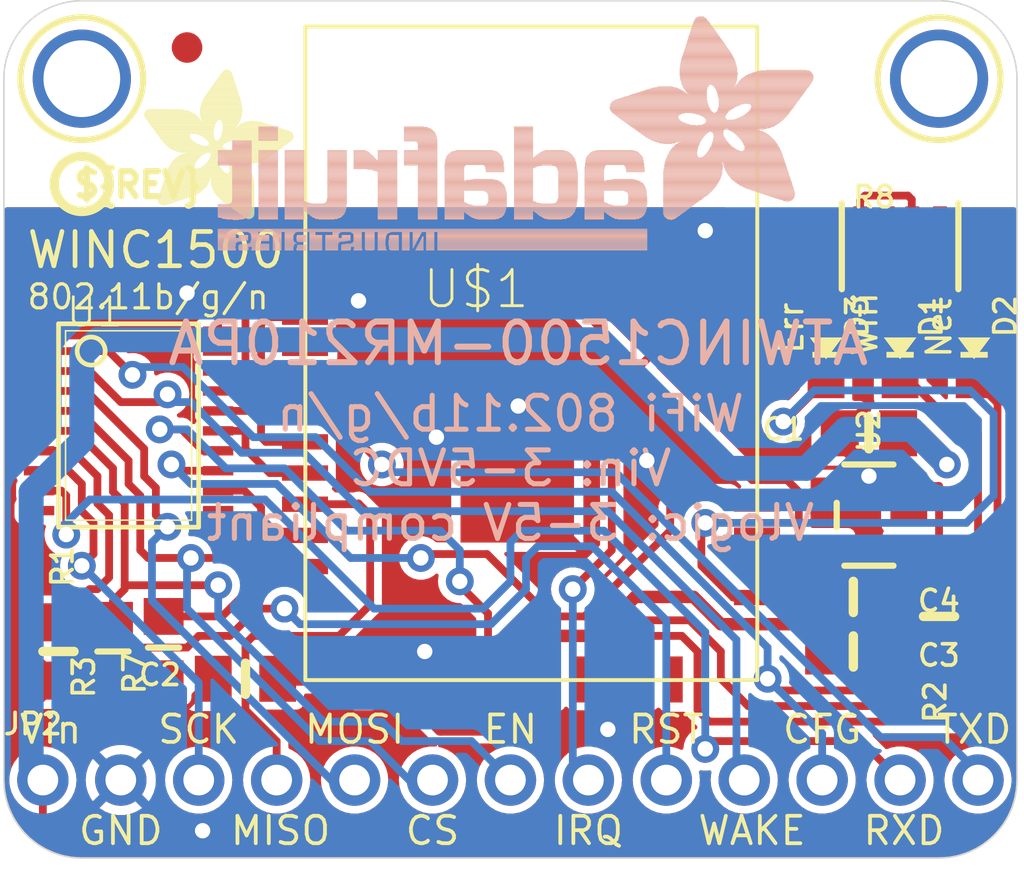
<source format=kicad_pcb>
(kicad_pcb (version 20221018) (generator pcbnew)
  (layers (0 "F.Cu" signal) (31 "B.Cu" signal) (34 "B.Paste" user) (35 "F.Paste" user) (36 "B.SilkS" user "B.Silkscreen") (37 "F.SilkS" user "F.Silkscreen") (38 "B.Mask" user) (39 "F.Mask" user) (44 "Edge.Cuts" user))
  (net 0 "")
  (net 1 "GND")
  (net 2 "MOSI_3V")
  (net 3 "CS_3V")
  (net 4 "SCK_3V")
  (net 5 "RXD_3V")
  (net 6 "RST_3V")
  (net 7 "+3V3")
  (net 8 "TXD")
  (net 9 "~{IRQ}")
  (net 10 "MISO")
  (net 11 "EN_3V")
  (net 12 "EN_5V")
  (net 13 "MOSI_5V")
  (net 14 "CS_5V")
  (net 15 "SCK_5V")
  (net 16 "RXD_5V")
  (net 17 "RST_5V")
  (net 18 "CFG_3V")
  (net 19 "WAKE_3V")
  (net 20 "CFG_5V")
  (net 21 "WAKE_5V")
  (net 22 "+5V")
  (net 23 "GPIO15")
  (net 24 "GPIO16")
  (net 25 "GPIO18")
  (net 26 "N$4")
  (net 27 "N$5")
  (net 28 "N$6")
  (footprint "working:TSSOP20" (layer "F.Cu") (at 136.0551 104.8766 -90)
    (fp_text reference "U1")
    (fp_text value "74LVC245")
  )
  (footprint "working:ADAFRUIT_5MM" (layer "F.Cu") (at 136.5631 98.1456)
    (fp_text reference "U$4" hide)
    (fp_text value "" hide)
  )
  (footprint "working:ATWINC1500_MR210PA" (layer "F.Cu") (at 149.3901 105.5116)
    (fp_text reference "U$1")
    (fp_text value "ATWINC1500_MR210PB")
  )
  (footprint "working:0805-NO" (layer "F.Cu") (at 160.1851 105.1306 180)
    (fp_text reference "C1")
    (fp_text value "10uF")
  )
  (footprint "working:_0805MP" (layer "F.Cu") (at 135.5471 112.2426 90)
    (fp_text reference "R3")
    (fp_text value "100K")
  )
  (footprint "working:0805-NO" (layer "F.Cu") (at 162.4711 111.0996 -90)
    (fp_text reference "R2")
    (fp_text value "100K")
  )
  (footprint "working:0805-NO" (layer "F.Cu") (at 133.7691 112.2426 90)
    (fp_text reference "R1")
    (fp_text value "100K")
  )
  (footprint "working:FIDUCIAL_1MM" (layer "F.Cu") (at 137.9601 92.5576)
    (fp_text reference "FID1" hide)
    (fp_text value "FIDUCIAL\"\"" hide)
  )
  (footprint "working:SOT23-5" (layer "F.Cu") (at 160.1851 107.7976 90)
    (fp_text reference "U2")
    (fp_text value "AP2112-3.3")
  )
  (footprint "working:MOUNTINGHOLE_2.5_PLATED" (layer "F.Cu") (at 162.4711 93.5736)
    (fp_text reference "U$3" hide)
    (fp_text value "MOUNTINGHOLE2.5" hide)
  )
  (footprint "working:1X13_ROUND_70" (layer "F.Cu") (at 148.5011 116.4336)
    (fp_text reference "JP2")
    (fp_text value "")
  )
  (footprint "working:0805-NO" (layer "F.Cu") (at 159.6771 112.2426)
    (fp_text reference "C3")
    (fp_text value "10uF")
  )
  (footprint "working:_0805MP" (layer "F.Cu") (at 137.1981 112.1156 90)
    (fp_text reference "R7")
    (fp_text value "100K")
  )
  (footprint "working:FIDUCIAL_1MM" (layer "F.Cu") (at 153.1141 100.2816)
    (fp_text reference "FID2" hide)
    (fp_text value "FIDUCIAL\"\"" hide)
  )
  (footprint "working:0805_10MGAP" (layer "F.Cu") (at 139.8651 113.1316 180)
    (fp_text reference "C2")
    (fp_text value "10uF")
  )
  (footprint "working:CHIPLED_0805_NOOUTLINE" (layer "F.Cu") (at 161.2011 102.3366 180)
    (fp_text reference "D1")
    (fp_text value "green")
  )
  (footprint "working:0805-NO" (layer "F.Cu") (at 159.6771 110.4646)
    (fp_text reference "C4")
    (fp_text value "0.1uF")
  )
  (footprint "working:CHIPLED_0805_NOOUTLINE" (layer "F.Cu") (at 158.7881 102.3366 180)
    (fp_text reference "D3")
    (fp_text value "Red")
  )
  (footprint "working:PCBFEAT-REV-040" (layer "F.Cu") (at 134.5311 97.0026)
    (fp_text reference "U$5" hide)
    (fp_text value "" hide)
  )
  (footprint "working:CHIPLED_0805_NOOUTLINE" (layer "F.Cu") (at 163.6141 102.3366 180)
    (fp_text reference "D2")
    (fp_text value "Yellow")
  )
  (footprint "working:MOUNTINGHOLE_2.5_PLATED" (layer "F.Cu") (at 134.5311 93.5736)
    (fp_text reference "U$2" hide)
    (fp_text value "MOUNTINGHOLE2.5" hide)
  )
  (footprint "working:RESPACK_4X0603" (layer "F.Cu") (at 161.2011 99.0346)
    (fp_text reference "R8")
    (fp_text value "1K")
  )
  (footprint "working:ADAFRUIT_TEXT_20MM" (layer "B.Cu") (at 158.5341 99.1616 180)
    (fp_text reference "U$6" hide)
    (fp_text value "" hide)
  )
  (gr_arc (start 162.4711 91.0336) (mid 164.267151 91.777549) (end 165.0111 93.5736) (stroke (width 0.05)) (layer "Edge.Cuts"))
  (gr_arc (start 134.5311 118.9736) (mid 132.735049 118.229651) (end 131.9911 116.4336) (stroke (width 0.05)) (layer "Edge.Cuts"))
  (gr_line (start 131.9911 116.4336) (end 131.9911 93.5736) (stroke (width 0.05)) (layer "Edge.Cuts"))
  (gr_line (start 162.4711 118.9736) (end 134.5311 118.9736) (stroke (width 0.05)) (layer "Edge.Cuts"))
  (gr_arc (start 131.9911 93.5736) (mid 132.735049 91.777549) (end 134.5311 91.0336) (stroke (width 0.05)) (layer "Edge.Cuts"))
  (gr_arc (start 165.0111 116.4336) (mid 164.267151 118.229651) (end 162.4711 118.9736) (stroke (width 0.05)) (layer "Edge.Cuts"))
  (gr_line (start 134.5311 91.0336) (end 162.4711 91.0336) (stroke (width 0.05)) (layer "Edge.Cuts"))
  (gr_line (start 165.0111 93.5736) (end 165.0111 116.4336) (stroke (width 0.05)) (layer "Edge.Cuts"))
  (gr_text "WiFi 802.11b/g/n\nVin: 3-5VDC\nVlogic: 3-5V compliant" (at 148.5011 106.2736) (layer "B.SilkS") (effects (font (size 1.1049 1.1049) (thickness 0.1651)) (justify mirror)))
  (gr_text "ATWINC1500-MR210PA" (at 148.7551 102.2096) (layer "B.SilkS") (effects (font (size 1.32588 1.32588) (thickness 0.19812)) (justify mirror)))
  (gr_text "MOSI" (at 143.4211 114.7826) (layer "F.SilkS") (effects (font (size 0.89408 0.89408) (thickness 0.12192))))
  (gr_text "Vin" (at 133.5151 114.7826) (layer "F.SilkS") (effects (font (size 0.89408 0.89408) (thickness 0.12192))))
  (gr_text "Net" (at 162.4711 101.7016 90) (layer "F.SilkS") (effects (font (size 0.77343 0.77343) (thickness 0.11557))))
  (gr_text "SCK" (at 138.3411 114.7826) (layer "F.SilkS") (effects (font (size 0.89408 0.89408) (thickness 0.12192))))
  (gr_text "802.11b/g/n" (at 136.6901 100.6856) (layer "F.SilkS") (effects (font (size 0.78232 0.78232) (thickness 0.10668))))
  (gr_text "CFG" (at 158.6611 114.7826) (layer "F.SilkS") (effects (font (size 0.89408 0.89408) (thickness 0.12192))))
  (gr_text "IRQ" (at 151.0411 118.0846) (layer "F.SilkS") (effects (font (size 0.89408 0.89408) (thickness 0.12192))))
  (gr_text "EN" (at 148.5011 114.7826) (layer "F.SilkS") (effects (font (size 0.89408 0.89408) (thickness 0.12192))))
  (gr_text "WINC1500" (at 136.9441 99.1616) (layer "F.SilkS") (effects (font (size 1.1176 1.1176) (thickness 0.1524))))
  (gr_text "RST" (at 153.5811 114.7826) (layer "F.SilkS") (effects (font (size 0.89408 0.89408) (thickness 0.12192))))
  (gr_text "RXD" (at 161.3281 118.0846) (layer "F.SilkS") (effects (font (size 0.89408 0.89408) (thickness 0.12192))))
  (gr_text "CS" (at 145.9611 118.0846) (layer "F.SilkS") (effects (font (size 0.89408 0.89408) (thickness 0.12192))))
  (gr_text "TXD" (at 163.6141 114.7826) (layer "F.SilkS") (effects (font (size 0.89408 0.89408) (thickness 0.12192))))
  (gr_text "Wifi" (at 160.0581 101.5746 90) (layer "F.SilkS") (effects (font (size 0.77343 0.77343) (thickness 0.11557))))
  (gr_text "WAKE" (at 156.3751 118.0846) (layer "F.SilkS") (effects (font (size 0.89408 0.89408) (thickness 0.12192))))
  (gr_text "MISO" (at 141.0081 118.0846) (layer "F.SilkS") (effects (font (size 0.89408 0.89408) (thickness 0.12192))))
  (gr_text "Err" (at 157.6451 101.7016 90) (layer "F.SilkS") (effects (font (size 0.77343 0.77343) (thickness 0.11557))))
  (gr_text "GND" (at 135.8011 118.0846) (layer "F.SilkS") (effects (font (size 0.89408 0.89408) (thickness 0.12192))))
  (segment (start 159.2351 105.1306) (end 159.2351 105.4506) (width 0.4064) (layer "F.Cu") (net 1))
  (segment (start 159.2351 105.4506) (end 160.1851 106.4006) (width 0.4064) (layer "F.Cu") (net 1))
  (via (at 154.8511 98.5266) (size 0.9064) (drill 0.5) (layers "F.Cu" "B.Cu") (net 1))
  (via (at 160.1851 106.5276) (size 0.9064) (drill 0.5) (layers "F.Cu" "B.Cu") (net 1))
  (via (at 152.9461 106.0196) (size 0.9064) (drill 0.5) (layers "F.Cu" "B.Cu") (net 1))
  (via (at 151.6761 114.7826) (size 0.9064) (drill 0.5) (layers "F.Cu" "B.Cu") (net 1))
  (via (at 146.0881 105.2576) (size 0.9064) (drill 0.5) (layers "F.Cu" "B.Cu") (net 1))
  (via (at 137.9601 100.5586) (size 0.9064) (drill 0.5) (layers "F.Cu" "B.Cu") (net 1))
  (via (at 138.4681 118.0846) (size 0.9064) (drill 0.5) (layers "F.Cu" "B.Cu") (net 1))
  (via (at 145.7071 112.2426) (size 0.9064) (drill 0.5) (layers "F.Cu" "B.Cu") (net 1))
  (via (at 143.5481 100.8126) (size 0.9064) (drill 0.5) (layers "F.Cu" "B.Cu") (net 1))
  (via (at 148.7551 104.2416) (size 0.9064) (drill 0.5) (layers "F.Cu" "B.Cu") (net 1))
  (segment (start 140.1521 104.4016) (end 140.3731 104.6226) (width 0.254) (layer "F.Cu") (net 2))
  (segment (start 140.3731 105.2576) (end 140.5261 105.4106) (width 0.254) (layer "F.Cu") (net 2))
  (segment (start 140.5261 105.4106) (end 141.8061 105.4106) (width 0.254) (layer "F.Cu") (net 2))
  (segment (start 140.1521 104.4016) (end 138.9729 104.4016) (width 0.254) (layer "F.Cu") (net 2))
  (segment (start 140.3731 104.6226) (end 140.3731 105.2576) (width 0.254) (layer "F.Cu") (net 2))
  (segment (start 140.6531 106.4266) (end 141.8061 106.4266) (width 0.254) (layer "F.Cu") (net 3))
  (segment (start 139.8651 105.6386) (end 140.6531 106.4266) (width 0.254) (layer "F.Cu") (net 3))
  (segment (start 139.8651 105.1306) (end 139.7861 105.0516) (width 0.254) (layer "F.Cu") (net 3))
  (segment (start 139.7861 105.0516) (end 138.9729 105.0516) (width 0.254) (layer "F.Cu") (net 3))
  (segment (start 139.8651 105.1306) (end 139.8651 105.6386) (width 0.254) (layer "F.Cu") (net 3))
  (segment (start 140.7801 108.4586) (end 141.8061 108.4586) (width 0.254) (layer "F.Cu") (net 4))
  (segment (start 139.8311 107.0016) (end 140.3731 107.5436) (width 0.254) (layer "F.Cu") (net 4))
  (segment (start 138.9729 107.0016) (end 139.8311 107.0016) (width 0.254) (layer "F.Cu") (net 4))
  (segment (start 140.3731 107.5436) (end 140.3731 108.0516) (width 0.254) (layer "F.Cu") (net 4))
  (segment (start 140.3731 108.0516) (end 140.7801 108.4586) (width 0.254) (layer "F.Cu") (net 4))
  (segment (start 138.9729 107.6516) (end 139.2111 107.6516) (width 0.254) (layer "F.Cu") (net 5))
  (segment (start 141.0341 109.4746) (end 141.8061 109.4746) (width 0.254) (layer "F.Cu") (net 5))
  (segment (start 139.2111 107.6516) (end 141.0341 109.4746) (width 0.254) (layer "F.Cu") (net 5))
  (segment (start 150.9141 111.0996) (end 153.7081 108.3056) (width 0.254) (layer "F.Cu") (net 6))
  (segment (start 149.7711 111.0996) (end 150.9141 111.0996) (width 0.254) (layer "F.Cu") (net 6))
  (segment (start 137.6571 106.3516) (end 137.4521 106.1466) (width 0.254) (layer "F.Cu") (net 6))
  (segment (start 138.9729 106.3516) (end 137.6571 106.3516) (width 0.254) (layer "F.Cu") (net 6))
  (segment (start 155.6131 107.1626) (end 155.8871 107.4366) (width 0.254) (layer "F.Cu") (net 6))
  (segment (start 155.8871 107.4366) (end 156.5361 107.4366) (width 0.254) (layer "F.Cu") (net 6))
  (segment (start 154.0891 107.1626) (end 155.6131 107.1626) (width 0.254) (layer "F.Cu") (net 6))
  (segment (start 147.7391 109.0676) (end 149.7711 111.0996) (width 0.254) (layer "F.Cu") (net 6))
  (segment (start 153.7081 107.5436) (end 154.0891 107.1626) (width 0.254) (layer "F.Cu") (net 6))
  (segment (start 145.7071 109.0676) (end 145.5801 109.1946) (width 0.254) (layer "F.Cu") (net 6))
  (segment (start 147.7391 109.0676) (end 145.7071 109.0676) (width 0.254) (layer "F.Cu") (net 6))
  (segment (start 153.7081 108.3056) (end 153.7081 107.5436) (width 0.254) (layer "F.Cu") (net 6))
  (via (at 145.5801 109.1946) (size 0.9064) (drill 0.5) (layers "F.Cu" "B.Cu") (net 6))
  (via (at 137.4521 106.1466) (size 0.9064) (drill 0.5) (layers "F.Cu" "B.Cu") (net 6))
  (segment (start 143.2941 109.1946) (end 145.5801 109.1946) (width 0.254) (layer "B.Cu") (net 6))
  (segment (start 138.0871 106.7816) (end 140.8811 106.7816) (width 0.254) (layer "B.Cu") (net 6))
  (segment (start 138.0871 106.7816) (end 137.4521 106.1466) (width 0.254) (layer "B.Cu") (net 6))
  (segment (start 140.8811 106.7816) (end 143.2941 109.1946) (width 0.254) (layer "B.Cu") (net 6))
  (segment (start 152.6921 102.9716) (end 156.3751 106.6546) (width 0.254) (layer "F.Cu") (net 7))
  (segment (start 157.7721 101.9556) (end 157.2641 102.4636) (width 0.254) (layer "F.Cu") (net 7))
  (segment (start 157.8991 107.0356) (end 157.8991 108.5596) (width 0.254) (layer "F.Cu") (net 7))
  (segment (start 148.7551 111.9886) (end 148.7551 113.1436) (width 0.4064) (layer "F.Cu") (net 7))
  (segment (start 148.7551 113.1436) (end 148.7861 113.1746) (width 0.4064) (layer "F.Cu") (net 7))
  (segment (start 138.9729 99.7934) (end 138.8491 99.6696) (width 0.254) (layer "F.Cu") (net 7))
  (segment (start 149.0091 111.7346) (end 148.7551 111.9886) (width 0.4064) (layer "F.Cu") (net 7))
  (segment (start 155.3591 111.3536) (end 158.6611 111.3536) (width 0.4064) (layer "F.Cu") (net 7))
  (segment (start 145.7071 114.2746) (end 146.2151 114.7826) (width 0.4064) (layer "F.Cu") (net 7))
  (segment (start 149.3901 99.6696) (end 152.6921 102.9716) (width 0.254) (layer "F.Cu") (net 7))
  (segment (start 157.7721 100.3136) (end 157.7721 101.9556) (width 0.254) (layer "F.Cu") (net 7))
  (segment (start 161.6011 98.1846) (end 161.5821 98.1656) (width 0.254) (layer "F.Cu") (net 7))
  (segment (start 153.2001 102.4636) (end 152.6921 102.9716) (width 0.254) (layer "F.Cu") (net 7))
  (segment (start 145.7071 113.3856) (end 145.7071 114.2746) (width 0.4064) (layer "F.Cu") (net 7))
  (segment (start 158.819 108.8136) (end 158.885 108.7476) (width 0.254) (layer "F.Cu") (net 7))
  (segment (start 152.5651 110.4646) (end 154.4701 110.4646) (width 0.4064) (layer "F.Cu") (net 7))
  (segment (start 145.4761 113.1546) (end 145.7071 113.3856) (width 0.4064) (layer "F.Cu") (net 7))
  (segment (start 140.9381 113.1546) (end 143.7061 113.1546) (width 0.4064) (layer "F.Cu") (net 7))
  (segment (start 158.7271 112.2426) (end 158.7271 110.4646) (width 0.4064) (layer "F.Cu") (net 7))
  (segment (start 158.7271 110.4646) (end 158.7271 108.9055) (width 0.254) (layer "F.Cu") (net 7))
  (segment (start 157.2641 102.4636) (end 153.2001 102.4636) (width 0.254) (layer "F.Cu") (net 7))
  (segment (start 159.9011 97.5406) (end 159.9011 98.1846) (width 0.254) (layer "F.Cu") (net 7))
  (segment (start 159.9011 98.1846) (end 157.7721 100.3136) (width 0.254) (layer "F.Cu") (net 7))
  (segment (start 135.2693 99.6696) (end 138.8491 99.6696) (width 0.254) (layer "F.Cu") (net 7))
  (segment (start 151.2951 111.7346) (end 149.0091 111.7346) (width 0.4064) (layer "F.Cu") (net 7))
  (segment (start 161.4551 97.3836) (end 160.0581 97.3836) (width 0.254) (layer "F.Cu") (net 7))
  (segment (start 133.1373 101.8016) (end 135.2693 99.6696) (width 0.254) (layer "F.Cu") (net 7))
  (segment (start 158.6611 111.3536) (end 158.7271 111.2876) (width 0.4064) (layer "F.Cu") (net 7))
  (segment (start 156.3751 106.6546) (end 157.5181 106.6546) (width 0.254) (layer "F.Cu") (net 7))
  (segment (start 138.8491 99.6696) (end 149.3901 99.6696) (width 0.254) (layer "F.Cu") (net 7))
  (segment (start 158.1531 108.8136) (end 158.819 108.8136) (width 0.254) (layer "F.Cu") (net 7))
  (segment (start 148.7861 114.3706) (end 148.7861 113.1746) (width 0.4064) (layer "F.Cu") (net 7))
  (segment (start 138.9729 101.8016) (end 138.9729 99.7934) (width 0.254) (layer "F.Cu") (net 7))
  (segment (start 157.8991 108.5596) (end 158.1531 108.8136) (width 0.254) (layer "F.Cu") (net 7))
  (segment (start 140.9151 113.1316) (end 140.9381 113.1546) (width 0.4064) (layer "F.Cu") (net 7))
  (segment (start 161.5821 98.1656) (end 161.5821 97.5106) (width 0.254) (layer "F.Cu") (net 7))
  (segment (start 161.5821 97.5106) (end 161.4551 97.3836) (width 0.254) (layer "F.Cu") (net 7))
  (segment (start 158.7271 108.9055) (end 158.885 108.7476) (width 0.254) (layer "F.Cu") (net 7))
  (segment (start 146.2151 114.7826) (end 148.3741 114.7826) (width 0.4064) (layer "F.Cu") (net 7))
  (segment (start 158.7271 111.2876) (end 158.7271 110.4646) (width 0.4064) (layer "F.Cu") (net 7))
  (segment (start 162.5011 98.1846) (end 161.6011 98.1846) (width 0.254) (layer "F.Cu") (net 7))
  (segment (start 148.7861 114.3706) (end 148.3741 114.7826) (width 0.4064) (layer "F.Cu") (net 7))
  (segment (start 154.4701 110.4646) (end 155.3591 111.3536) (width 0.4064) (layer "F.Cu") (net 7))
  (segment (start 157.5181 106.6546) (end 157.8991 107.0356) (width 0.254) (layer "F.Cu") (net 7))
  (segment (start 160.0581 97.3836) (end 159.9011 97.5406) (width 0.254) (layer "F.Cu") (net 7))
  (segment (start 151.2951 111.7346) (end 152.5651 110.4646) (width 0.4064) (layer "F.Cu") (net 7))
  (segment (start 145.4761 113.1546) (end 143.7061 113.1546) (width 0.4064) (layer "F.Cu") (net 7))
  (segment (start 142.5581 104.3946) (end 144.3101 106.1466) (width 0.254) (layer "F.Cu") (net 8))
  (segment (start 142.5581 104.3946) (end 141.8061 104.3946) (width 0.254) (layer "F.Cu") (net 8))
  (via (at 144.3101 106.1466) (size 0.9064) (drill 0.5) (layers "F.Cu" "B.Cu") (net 8))
  (segment (start 162.5981 115.0366) (end 163.7411 116.1796) (width 0.254) (layer "B.Cu") (net 8))
  (segment (start 160.5661 115.0366) (end 151.9301 106.4006) (width 0.254) (layer "B.Cu") (net 8))
  (segment (start 163.7411 116.1796) (end 163.7411 116.4336) (width 0.254) (layer "B.Cu") (net 8))
  (segment (start 144.3101 106.1466) (end 144.5641 106.4006) (width 0.254) (layer "B.Cu") (net 8))
  (segment (start 144.5641 106.4006) (end 151.9301 106.4006) (width 0.254) (layer "B.Cu") (net 8))
  (segment (start 160.5661 115.0366) (end 162.5981 115.0366) (width 0.254) (layer "B.Cu") (net 8))
  (segment (start 150.9401 103.3786) (end 151.8031 104.2416) (width 0.254) (layer "F.Cu") (net 9))
  (segment (start 151.8031 108.9406) (end 150.5331 110.2106) (width 0.254) (layer "F.Cu") (net 9))
  (segment (start 151.8031 104.2416) (end 151.8031 108.9406) (width 0.254) (layer "F.Cu") (net 9))
  (segment (start 141.8061 103.3786) (end 150.9401 103.3786) (width 0.254) (layer "F.Cu") (net 9))
  (via (at 150.5331 110.2106) (size 0.9064) (drill 0.5) (layers "F.Cu" "B.Cu") (net 9))
  (segment (start 150.5331 115.9256) (end 151.0411 116.4336) (width 0.254) (layer "B.Cu") (net 9))
  (segment (start 150.5331 110.2106) (end 150.5331 115.9256) (width 0.254) (layer "B.Cu") (net 9))
  (segment (start 143.9291 107.7976) (end 143.5481 107.4166) (width 0.254) (layer "F.Cu") (net 10))
  (segment (start 143.5221 107.4426) (end 141.8061 107.4426) (width 0.254) (layer "F.Cu") (net 10))
  (segment (start 140.1191 111.7346) (end 142.9131 111.7346) (width 0.254) (layer "F.Cu") (net 10))
  (segment (start 139.8651 114.1476) (end 139.8651 111.9886) (width 0.254) (layer "F.Cu") (net 10))
  (segment (start 140.8811 115.1636) (end 139.8651 114.1476) (width 0.254) (layer "F.Cu") (net 10))
  (segment (start 140.8811 116.4336) (end 140.8811 115.1636) (width 0.254) (layer "F.Cu") (net 10))
  (segment (start 139.8651 111.9886) (end 140.1191 111.7346) (width 0.254) (layer "F.Cu") (net 10))
  (segment (start 142.9131 111.7346) (end 143.9291 110.7186) (width 0.254) (layer "F.Cu") (net 10))
  (segment (start 143.5481 107.4166) (end 143.5221 107.4426) (width 0.254) (layer "F.Cu") (net 10))
  (segment (start 143.9291 110.7186) (end 143.9291 107.7976) (width 0.254) (layer "F.Cu") (net 10))
  (segment (start 147.7701 111.0036) (end 146.8501 110.0836) (width 0.254) (layer "F.Cu") (net 11))
  (segment (start 146.8501 110.0836) (end 146.8501 109.9566) (width 0.254) (layer "F.Cu") (net 11))
  (segment (start 137.7823 105.0036) (end 137.0711 105.0036) (width 0.254) (layer "F.Cu") (net 11))
  (segment (start 147.7701 111.0036) (end 147.7701 113.1746) (width 0.254) (layer "F.Cu") (net 11))
  (segment (start 138.9729 105.7016) (end 138.4803 105.7016) (width 0.254) (layer "F.Cu") (net 11))
  (segment (start 138.4803 105.7016) (end 137.7823 105.0036) (width 0.254) (layer "F.Cu") (net 11))
  (via (at 137.0711 105.0036) (size 0.9064) (drill 0.5) (layers "F.Cu" "B.Cu") (net 11))
  (via (at 146.8501 109.9566) (size 0.9064) (drill 0.5) (layers "F.Cu" "B.Cu") (net 11))
  (segment (start 139.2301 106.2736) (end 141.1351 106.2736) (width 0.254) (layer "B.Cu") (net 11))
  (segment (start 146.8501 108.9406) (end 146.8501 109.9566) (width 0.254) (layer "B.Cu") (net 11))
  (segment (start 141.1351 106.2736) (end 143.1671 108.3056) (width 0.254) (layer "B.Cu") (net 11))
  (segment (start 146.2151 108.3056) (end 146.8501 108.9406) (width 0.254) (layer "B.Cu") (net 11))
  (segment (start 137.9601 105.0036) (end 139.2301 106.2736) (width 0.254) (layer "B.Cu") (net 11))
  (segment (start 143.1671 108.3056) (end 146.2151 108.3056) (width 0.254) (layer "B.Cu") (net 11))
  (segment (start 137.9601 105.0036) (end 137.0711 105.0036) (width 0.254) (layer "B.Cu") (net 11))
  (segment (start 133.1373 105.0516) (end 134.3251 105.0516) (width 0.254) (layer "F.Cu") (net 12))
  (segment (start 135.9281 107.4166) (end 135.9281 110.0836) (width 0.254) (layer "F.Cu") (net 12))
  (segment (start 135.9281 110.0836) (end 135.9281 110.2106) (width 0.254) (layer "F.Cu") (net 12))
  (segment (start 135.5471 106.2736) (end 135.5471 107.0356) (width 0.254) (layer "F.Cu") (net 12))
  (segment (start 134.3251 105.0516) (end 135.5471 106.2736) (width 0.254) (layer "F.Cu") (net 12))
  (segment (start 135.9281 110.2106) (end 135.5471 110.5916) (width 0.254) (layer "F.Cu") (net 12))
  (segment (start 135.5471 107.0356) (end 135.9281 107.4166) (width 0.254) (layer "F.Cu") (net 12))
  (segment (start 135.5471 111.2266) (end 135.5471 110.5916) (width 0.254) (layer "F.Cu") (net 12))
  (segment (start 135.9281 110.0836) (end 138.9761 110.0836) (width 0.254) (layer "F.Cu") (net 12))
  (via (at 138.9761 110.0836) (size 0.9064) (drill 0.5) (layers "F.Cu" "B.Cu") (net 12))
  (segment (start 144.9451 115.1636) (end 147.2311 115.1636) (width 0.254) (layer "B.Cu") (net 12))
  (segment (start 144.3101 114.5286) (end 144.9451 115.1636) (width 0.254) (layer "B.Cu") (net 12))
  (segment (start 138.9761 111.0996) (end 142.4051 114.5286) (width 0.254) (layer "B.Cu") (net 12))
  (segment (start 138.9761 110.0836) (end 138.9761 109.8296) (width 0.254) (layer "B.Cu") (net 12))
  (segment (start 147.2311 115.1636) (end 148.5011 116.4336) (width 0.254) (layer "B.Cu") (net 12))
  (segment (start 142.4051 114.5286) (end 144.3101 114.5286) (width 0.254) (layer "B.Cu") (net 12))
  (segment (start 138.9761 110.0836) (end 138.9761 111.0996) (width 0.254) (layer "B.Cu") (net 12))
  (segment (start 133.1373 103.7516) (end 134.6761 103.7516) (width 0.254) (layer "F.Cu") (net 13))
  (segment (start 136.5631 106.5276) (end 136.9441 106.9086) (width 0.254) (layer "F.Cu") (net 13))
  (segment (start 136.5631 105.6386) (end 136.5631 106.5276) (width 0.254) (layer "F.Cu") (net 13))
  (segment (start 136.9441 107.7976) (end 137.3251 108.1786) (width 0.254) (layer "F.Cu") (net 13))
  (segment (start 136.9441 106.9086) (end 136.9441 107.7976) (width 0.254) (layer "F.Cu") (net 13))
  (segment (start 134.6761 103.7516) (end 136.5631 105.6386) (width 0.254) (layer "F.Cu") (net 13))
  (via (at 137.3251 108.1786) (size 0.9064) (drill 0.5) (layers "F.Cu" "B.Cu") (net 13))
  (segment (start 136.8171 108.6866) (end 136.8171 110.5916) (width 0.254) (layer "B.Cu") (net 13))
  (segment (start 137.3251 108.1786) (end 136.8171 108.6866) (width 0.254) (layer "B.Cu") (net 13))
  (segment (start 136.8171 110.5916) (end 142.6591 116.4336) (width 0.254) (layer "B.Cu") (net 13))
  (segment (start 142.6591 116.4336) (end 143.4211 116.4336) (width 0.254) (layer "B.Cu") (net 13))
  (segment (start 139.3571 109.1946) (end 138.0871 109.1946) (width 0.254) (layer "F.Cu") (net 14))
  (segment (start 139.8651 110.3376) (end 139.8651 109.7026) (width 0.254) (layer "F.Cu") (net 14))
  (segment (start 136.6901 109.1946) (end 138.0871 109.1946) (width 0.254) (layer "F.Cu") (net 14))
  (segment (start 133.1373 104.4016) (end 134.4371 104.4016) (width 0.254) (layer "F.Cu") (net 14))
  (segment (start 139.1031 111.0996) (end 139.8651 110.3376) (width 0.254) (layer "F.Cu") (net 14))
  (segment (start 137.1981 111.0996) (end 139.1031 111.0996) (width 0.254) (layer "F.Cu") (net 14))
  (segment (start 139.8651 109.7026) (end 139.3571 109.1946) (width 0.254) (layer "F.Cu") (net 14))
  (segment (start 136.4361 107.1626) (end 136.4361 108.9406) (width 0.254) (layer "F.Cu") (net 14))
  (segment (start 134.4371 104.4016) (end 136.0551 106.0196) (width 0.254) (layer "F.Cu") (net 14))
  (segment (start 136.4361 108.9406) (end 136.6901 109.1946) (width 0.254) (layer "F.Cu") (net 14))
  (segment (start 136.0551 106.0196) (end 136.0551 106.7816) (width 0.254) (layer "F.Cu") (net 14))
  (segment (start 136.0551 106.7816) (end 136.4361 107.1626) (width 0.254) (layer "F.Cu") (net 14))
  (via (at 138.0871 109.1946) (size 0.9064) (drill 0.5) (layers "F.Cu" "B.Cu") (net 14))
  (segment (start 142.2781 115.1636) (end 143.9291 115.1636) (width 0.254) (layer "B.Cu") (net 14))
  (segment (start 137.9601 109.1946) (end 137.9601 110.8456) (width 0.254) (layer "B.Cu") (net 14))
  (segment (start 138.0871 109.1946) (end 137.9601 109.1946) (width 0.254) (layer "B.Cu") (net 14))
  (segment (start 137.9601 110.8456) (end 142.2781 115.1636) (width 0.254) (layer "B.Cu") (net 14))
  (segment (start 143.9291 115.1636) (end 145.1991 116.4336) (width 0.254) (layer "B.Cu") (net 14))
  (segment (start 145.1991 116.4336) (end 145.9611 116.4336) (width 0.254) (layer "B.Cu") (net 14))
  (segment (start 133.1373 106.3516) (end 134.1011 106.3516) (width 0.254) (layer "F.Cu") (net 15))
  (segment (start 134.5311 106.7816) (end 134.5311 107.6706) (width 0.254) (layer "F.Cu") (net 15))
  (segment (start 134.9121 108.0516) (end 134.9121 109.0676) (width 0.254) (layer "F.Cu") (net 15))
  (segment (start 134.5311 107.6706) (end 134.9121 108.0516) (width 0.254) (layer "F.Cu") (net 15))
  (segment (start 134.1011 106.3516) (end 134.5311 106.7816) (width 0.254) (layer "F.Cu") (net 15))
  (segment (start 134.9121 109.0676) (end 134.5311 109.4486) (width 0.254) (layer "F.Cu") (net 15))
  (via (at 134.5311 109.4486) (size 0.9064) (drill 0.5) (layers "F.Cu" "B.Cu") (net 15))
  (segment (start 138.3411 116.4336) (end 138.3411 113.2586) (width 0.254) (layer "B.Cu") (net 15))
  (segment (start 138.3411 113.2586) (end 134.5311 109.4486) (width 0.254) (layer "B.Cu") (net 15))
  (segment (start 134.0231 107.1626) (end 134.0231 108.4326) (width 0.254) (layer "F.Cu") (net 16))
  (segment (start 155.1051 115.1636) (end 154.8511 115.4176) (width 0.254) (layer "F.Cu") (net 16))
  (segment (start 159.9311 115.1636) (end 155.1051 115.1636) (width 0.254) (layer "F.Cu") (net 16))
  (segment (start 133.8621 107.0016) (end 134.0231 107.1626) (width 0.254) (layer "F.Cu") (net 16))
  (segment (start 133.1373 107.0016) (end 133.8621 107.0016) (width 0.254) (layer "F.Cu") (net 16))
  (segment (start 161.2011 116.4336) (end 159.9311 115.1636) (width 0.254) (layer "F.Cu") (net 16))
  (via (at 134.0231 108.4326) (size 0.9064) (drill 0.5) (layers "F.Cu" "B.Cu") (net 16))
  (via (at 154.8511 115.4176) (size 0.9064) (drill 0.5) (layers "F.Cu" "B.Cu") (net 16))
  (segment (start 151.5491 108.3056) (end 154.8511 111.6076) (width 0.254) (layer "B.Cu") (net 16))
  (segment (start 148.5011 108.6866) (end 148.5011 109.9566) (width 0.254) (layer "B.Cu") (net 16))
  (segment (start 147.6121 110.8456) (end 148.5011 109.9566) (width 0.254) (layer "B.Cu") (net 16))
  (segment (start 144.0561 110.8456) (end 147.6121 110.8456) (width 0.254) (layer "B.Cu") (net 16))
  (segment (start 154.8511 111.6076) (end 154.8511 115.4176) (width 0.254) (layer "B.Cu") (net 16))
  (segment (start 134.7851 107.2896) (end 134.0231 108.0516) (width 0.254) (layer "B.Cu") (net 16))
  (segment (start 134.0231 108.0516) (end 134.0231 108.4326) (width 0.254) (layer "B.Cu") (net 16))
  (segment (start 148.8821 108.3056) (end 148.5011 108.6866) (width 0.254) (layer "B.Cu") (net 16))
  (segment (start 140.5001 107.2896) (end 144.0561 110.8456) (width 0.254) (layer "B.Cu") (net 16))
  (segment (start 140.5001 107.2896) (end 134.7851 107.2896) (width 0.254) (layer "B.Cu") (net 16))
  (segment (start 148.8821 108.3056) (end 151.5491 108.3056) (width 0.254) (layer "B.Cu") (net 16))
  (segment (start 135.4201 107.7976) (end 135.4201 109.8296) (width 0.254) (layer "F.Cu") (net 17))
  (segment (start 134.7851 110.2106) (end 133.7691 111.2266) (width 0.254) (layer "F.Cu") (net 17))
  (segment (start 135.4201 109.8296) (end 135.0391 110.2106) (width 0.254) (layer "F.Cu") (net 17))
  (segment (start 134.2131 105.7016) (end 135.0391 106.5276) (width 0.254) (layer "F.Cu") (net 17))
  (segment (start 139.3571 111.7346) (end 140.2461 110.8456) (width 0.254) (layer "F.Cu") (net 17))
  (segment (start 134.7851 112.2426) (end 136.3091 112.2426) (width 0.254) (layer "F.Cu") (net 17))
  (segment (start 133.7691 111.2266) (end 133.7691 111.2926) (width 0.254) (layer "F.Cu") (net 17))
  (segment (start 135.0391 107.4166) (end 135.4201 107.7976) (width 0.254) (layer "F.Cu") (net 17))
  (segment (start 136.3091 112.2426) (end 136.4361 112.1156) (width 0.254) (layer "F.Cu") (net 17))
  (segment (start 135.0391 110.2106) (end 134.7851 110.2106) (width 0.254) (layer "F.Cu") (net 17))
  (segment (start 135.0391 106.5276) (end 135.0391 107.4166) (width 0.254) (layer "F.Cu") (net 17))
  (segment (start 137.9601 112.1156) (end 138.3411 111.7346) (width 0.254) (layer "F.Cu") (net 17))
  (segment (start 138.3411 111.7346) (end 139.3571 111.7346) (width 0.254) (layer "F.Cu") (net 17))
  (segment (start 140.2461 110.8456) (end 141.1351 110.8456) (width 0.254) (layer "F.Cu") (net 17))
  (segment (start 136.4361 112.1156) (end 137.9601 112.1156) (width 0.254) (layer "F.Cu") (net 17))
  (segment (start 134.7851 112.2426) (end 133.7691 111.2266) (width 0.254) (layer "F.Cu") (net 17))
  (segment (start 133.1373 105.7016) (end 134.2131 105.7016) (width 0.254) (layer "F.Cu") (net 17))
  (via (at 141.1351 110.8456) (size 0.9064) (drill 0.5) (layers "F.Cu" "B.Cu") (net 17))
  (segment (start 153.5811 116.4336) (end 153.5811 111.2266) (width 0.254) (layer "B.Cu") (net 17))
  (segment (start 149.0091 109.1946) (end 149.0091 110.2106) (width 0.254) (layer "B.Cu") (net 17))
  (segment (start 151.1681 108.8136) (end 149.3901 108.8136) (width 0.254) (layer "B.Cu") (net 17))
  (segment (start 148.3741 110.8456) (end 147.8661 111.3536) (width 0.254) (layer "B.Cu") (net 17))
  (segment (start 147.8661 111.3536) (end 141.6431 111.3536) (width 0.254) (layer "B.Cu") (net 17))
  (segment (start 149.3901 108.8136) (end 149.0091 109.1946) (width 0.254) (layer "B.Cu") (net 17))
  (segment (start 153.5811 111.2266) (end 151.1681 108.8136) (width 0.254) (layer "B.Cu") (net 17))
  (segment (start 149.0091 110.2106) (end 148.3741 110.8456) (width 0.254) (layer "B.Cu") (net 17))
  (segment (start 141.6431 111.3536) (end 141.1351 110.8456) (width 0.254) (layer "B.Cu") (net 17))
  (segment (start 139.8651 102.8446) (end 139.6081 103.1016) (width 0.254) (layer "F.Cu") (net 18))
  (segment (start 139.8651 100.6856) (end 140.2201 100.3306) (width 0.254) (layer "F.Cu") (net 18))
  (segment (start 139.6081 103.1016) (end 138.9729 103.1016) (width 0.254) (layer "F.Cu") (net 18))
  (segment (start 140.2201 100.3306) (end 141.8061 100.3306) (width 0.254) (layer "F.Cu") (net 18))
  (segment (start 139.8651 102.8446) (end 139.8651 100.6856) (width 0.254) (layer "F.Cu") (net 18))
  (segment (start 139.8471 103.7516) (end 138.9729 103.7516) (width 0.254) (layer "F.Cu") (net 19))
  (segment (start 140.3731 103.2256) (end 140.3731 101.5746) (width 0.254) (layer "F.Cu") (net 19))
  (segment (start 140.6011 101.3466) (end 141.8061 101.3466) (width 0.254) (layer "F.Cu") (net 19))
  (segment (start 140.3731 103.2256) (end 139.8471 103.7516) (width 0.254) (layer "F.Cu") (net 19))
  (segment (start 140.3731 101.5746) (end 140.6011 101.3466) (width 0.254) (layer "F.Cu") (net 19))
  (segment (start 135.4081 102.4516) (end 136.1821 103.2256) (width 0.254) (layer "F.Cu") (net 20))
  (segment (start 162.2171 113.5126) (end 162.4711 113.2586) (width 0.254) (layer "F.Cu") (net 20))
  (segment (start 162.2171 113.5126) (end 157.2641 113.5126) (width 0.254) (layer "F.Cu") (net 20))
  (segment (start 162.4711 113.2586) (end 162.4711 112.0496) (width 0.254) (layer "F.Cu") (net 20))
  (segment (start 133.1373 102.4516) (end 135.4081 102.4516) (width 0.254) (layer "F.Cu") (net 20))
  (segment (start 157.2641 113.5126) (end 156.8831 113.1316) (width 0.254) (layer "F.Cu") (net 20))
  (via (at 156.8831 113.1316) (size 0.9064) (drill 0.5) (layers "F.Cu" "B.Cu") (net 20))
  (via (at 136.1821 103.2256) (size 0.9064) (drill 0.5) (layers "F.Cu" "B.Cu") (net 20))
  (segment (start 143.9291 107.0356) (end 151.8031 107.0356) (width 0.254) (layer "B.Cu") (net 20))
  (segment (start 136.4361 102.9716) (end 137.8331 102.9716) (width 0.254) (layer "B.Cu") (net 20))
  (segment (start 151.8031 107.0356) (end 156.8831 112.1156) (width 0.254) (layer "B.Cu") (net 20))
  (segment (start 156.8831 112.1156) (end 156.8831 113.1316) (width 0.254) (layer "B.Cu") (net 20))
  (segment (start 158.6611 116.4336) (end 158.6611 114.9096) (width 0.254) (layer "B.Cu") (net 20))
  (segment (start 137.8331 102.9716) (end 140.1191 105.2576) (width 0.254) (layer "B.Cu") (net 20))
  (segment (start 158.6611 114.9096) (end 156.8831 113.1316) (width 0.254) (layer "B.Cu") (net 20))
  (segment (start 140.1191 105.2576) (end 142.1511 105.2576) (width 0.254) (layer "B.Cu") (net 20))
  (segment (start 142.1511 105.2576) (end 143.9291 107.0356) (width 0.254) (layer "B.Cu") (net 20))
  (segment (start 136.1821 103.2256) (end 136.4361 102.9716) (width 0.254) (layer "B.Cu") (net 20))
  (segment (start 133.1373 103.1016) (end 134.7881 103.1016) (width 0.254) (layer "F.Cu") (net 21))
  (segment (start 134.7881 103.1016) (end 135.8011 104.1146) (width 0.254) (layer "F.Cu") (net 21))
  (segment (start 137.0711 104.1146) (end 137.3251 103.8606) (width 0.254) (layer "F.Cu") (net 21))
  (segment (start 135.8011 104.1146) (end 137.0711 104.1146) (width 0.254) (layer "F.Cu") (net 21))
  (via (at 137.3251 103.8606) (size 0.9064) (drill 0.5) (layers "F.Cu" "B.Cu") (net 21))
  (segment (start 138.0871 104.1146) (end 139.7381 105.7656) (width 0.254) (layer "B.Cu") (net 21))
  (segment (start 151.6761 107.6706) (end 155.8671 111.8616) (width 0.254) (layer "B.Cu") (net 21))
  (segment (start 155.8671 116.1796) (end 156.1211 116.4336) (width 0.254) (layer "B.Cu") (net 21))
  (segment (start 138.0871 104.1146) (end 137.5791 104.1146) (width 0.254) (layer "B.Cu") (net 21))
  (segment (start 141.7701 105.7656) (end 143.6751 107.6706) (width 0.254) (layer "B.Cu") (net 21))
  (segment (start 143.6751 107.6706) (end 151.6761 107.6706) (width 0.254) (layer "B.Cu") (net 21))
  (segment (start 137.5791 104.1146) (end 137.3251 103.8606) (width 0.254) (layer "B.Cu") (net 21))
  (segment (start 139.7381 105.7656) (end 141.7701 105.7656) (width 0.254) (layer "B.Cu") (net 21))
  (segment (start 155.8671 111.8616) (end 155.8671 116.1796) (width 0.254) (layer "B.Cu") (net 21))
  (segment (start 161.4852 106.8476) (end 162.4711 106.8476) (width 0.254) (layer "F.Cu") (net 22))
  (segment (start 161.7091 105.1306) (end 162.7251 106.1466) (width 0.8128) (layer "F.Cu") (net 22))
  (segment (start 162.4711 108.7476) (end 162.4711 110.1496) (width 0.254) (layer "F.Cu") (net 22))
  (segment (start 137.1981 113.1316) (end 137.0711 113.2586) (width 0.254) (layer "F.Cu") (net 22))
  (segment (start 133.2611 117.5766) (end 133.2611 116.4336) (width 0.254) (layer "F.Cu") (net 22))
  (segment (start 137.0711 113.2586) (end 137.0711 117.8306) (width 0.254) (layer "F.Cu") (net 22))
  (segment (start 133.8961 118.2116) (end 133.2611 117.5766) (width 0.254) (layer "F.Cu") (net 22))
  (segment (start 161.4852 108.7476) (end 162.4711 108.7476) (width 0.254) (layer "F.Cu") (net 22))
  (segment (start 161.1351 105.1306) (end 161.7091 105.1306) (width 0.8128) (layer "F.Cu") (net 22))
  (segment (start 161.1351 106.4975) (end 161.4852 106.8476) (width 0.254) (layer "F.Cu") (net 22))
  (segment (start 161.1351 105.1306) (end 161.1351 106.4975) (width 0.254) (layer "F.Cu") (net 22))
  (segment (start 137.0711 117.8306) (end 136.6901 118.2116) (width 0.254) (layer "F.Cu") (net 22))
  (segment (start 162.4711 106.8476) (end 162.4711 108.7476) (width 0.254) (layer "F.Cu") (net 22))
  (segment (start 136.6901 118.2116) (end 133.8961 118.2116) (width 0.254) (layer "F.Cu") (net 22))
  (via (at 162.7251 106.1466) (size 0.9064) (drill 0.5) (layers "F.Cu" "B.Cu") (net 22))
  (segment (start 155.6131 106.2736) (end 158.1531 106.2736) (width 0.8128) (layer "B.Cu") (net 22))
  (segment (start 132.8801 116.0526) (end 132.8801 107.0356) (width 0.8128) (layer "B.Cu") (net 22))
  (segment (start 134.5311 102.5906) (end 135.0391 102.0826) (width 0.8128) (layer "B.Cu") (net 22))
  (segment (start 135.0391 102.0826) (end 151.4221 102.0826) (width 0.8128) (layer "B.Cu") (net 22))
  (segment (start 159.4231 105.0036) (end 161.5821 105.0036) (width 0.8128) (layer "B.Cu") (net 22))
  (segment (start 161.5821 105.0036) (end 162.7251 106.1466) (width 0.8128) (layer "B.Cu") (net 22))
  (segment (start 132.8801 107.0356) (end 134.5311 105.3846) (width 0.8128) (layer "B.Cu") (net 22))
  (segment (start 133.2611 116.4336) (end 132.8801 116.0526) (width 0.8128) (layer "B.Cu") (net 22))
  (segment (start 134.5311 105.3846) (end 134.5311 102.5906) (width 0.8128) (layer "B.Cu") (net 22))
  (segment (start 155.6131 106.2736) (end 151.4221 102.0826) (width 0.8128) (layer "B.Cu") (net 22))
  (segment (start 158.1531 106.2736) (end 159.4231 105.0036) (width 0.8128) (layer "B.Cu") (net 22))
  (segment (start 162.5981 104.4956) (end 161.4891 103.3866) (width 0.254) (layer "F.Cu") (net 23))
  (segment (start 152.6921 111.2266) (end 154.3431 111.2266) (width 0.254) (layer "F.Cu") (net 23))
  (segment (start 155.3591 113.1316) (end 156.2481 114.0206) (width 0.254) (layer "F.Cu") (net 23))
  (segment (start 163.7411 105.1306) (end 163.1061 104.4956) (width 0.254) (layer "F.Cu") (net 23))
  (segment (start 156.2481 114.0206) (end 162.9791 114.0206) (width 0.254) (layer "F.Cu") (net 23))
  (segment (start 151.8341 112.0846) (end 151.8341 113.1546) (width 0.254) (layer "F.Cu") (net 23))
  (segment (start 163.7411 113.2586) (end 163.7411 105.1306) (width 0.254) (layer "F.Cu") (net 23))
  (segment (start 163.1061 104.4956) (end 162.5981 104.4956) (width 0.254) (layer "F.Cu") (net 23))
  (segment (start 152.6921 111.2266) (end 151.8341 112.0846) (width 0.254) (layer "F.Cu") (net 23))
  (segment (start 154.3431 111.2266) (end 155.3591 112.2426) (width 0.254) (layer "F.Cu") (net 23))
  (segment (start 155.3591 112.2426) (end 155.3591 113.1316) (width 0.254) (layer "F.Cu") (net 23))
  (segment (start 161.4891 103.3866) (end 161.2011 103.3866) (width 0.254) (layer "F.Cu") (net 23))
  (segment (start 162.9791 114.0206) (end 163.7411 113.2586) (width 0.254) (layer "F.Cu") (net 23))
  (segment (start 163.9951 114.5286) (end 154.9781 114.5286) (width 0.254) (layer "F.Cu") (net 24))
  (segment (start 152.8501 111.8306) (end 152.8501 113.1546) (width 0.254) (layer "F.Cu") (net 24))
  (segment (start 164.3761 104.1486) (end 164.3761 114.1476) (width 0.254) (layer "F.Cu") (net 24))
  (segment (start 154.5971 114.1476) (end 154.9781 114.5286) (width 0.254) (layer "F.Cu") (net 24))
  (segment (start 154.0891 111.7346) (end 154.5971 112.2426) (width 0.254) (layer "F.Cu") (net 24))
  (segment (start 164.3761 114.1476) (end 163.9951 114.5286) (width 0.254) (layer "F.Cu") (net 24))
  (segment (start 154.5971 112.2426) (end 154.5971 114.1476) (width 0.254) (layer "F.Cu") (net 24))
  (segment (start 152.9461 111.7346) (end 152.8501 111.8306) (width 0.254) (layer "F.Cu") (net 24))
  (segment (start 152.9461 111.7346) (end 154.0891 111.7346) (width 0.254) (layer "F.Cu") (net 24))
  (segment (start 163.6141 103.3866) (end 164.3761 104.1486) (width 0.254) (layer "F.Cu") (net 24))
  (segment (start 154.7241 109.4486) (end 155.7601 110.4846) (width 0.254) (layer "F.Cu") (net 25))
  (segment (start 155.7601 110.4846) (end 156.5361 110.4846) (width 0.254) (layer "F.Cu") (net 25))
  (segment (start 157.4251 104.7496) (end 157.3911 104.7496) (width 0.254) (layer "F.Cu") (net 25))
  (segment (start 154.8511 108.1786) (end 154.8511 108.0516) (width 0.254) (layer "F.Cu") (net 25))
  (segment (start 154.7241 108.3056) (end 154.7241 109.4486) (width 0.254) (layer "F.Cu") (net 25))
  (segment (start 154.7241 108.3056) (end 154.8511 108.1786) (width 0.254) (layer "F.Cu") (net 25))
  (segment (start 158.7881 103.3866) (end 157.4251 104.7496) (width 0.254) (layer "F.Cu") (net 25))
  (via (at 157.3911 104.7496) (size 0.9064) (drill 0.5) (layers "F.Cu" "B.Cu") (net 25))
  (via (at 154.8511 108.0516) (size 0.9064) (drill 0.5) (layers "F.Cu" "B.Cu") (net 25))
  (segment (start 158.4071 103.7336) (end 163.4871 103.7336) (width 0.254) (layer "B.Cu") (net 25))
  (segment (start 163.3601 108.0516) (end 164.2491 107.1626) (width 0.254) (layer "B.Cu") (net 25))
  (segment (start 157.3911 104.7496) (end 158.4071 103.7336) (width 0.254) (layer "B.Cu") (net 25))
  (segment (start 154.8511 108.0516) (end 163.3601 108.0516) (width 0.254) (layer "B.Cu") (net 25))
  (segment (start 163.4871 103.7336) (end 164.2491 104.4956) (width 0.254) (layer "B.Cu") (net 25))
  (segment (start 164.2491 107.1626) (end 164.2491 104.4956) (width 0.254) (layer "B.Cu") (net 25))
  (segment (start 159.9011 100.1736) (end 158.7881 101.2866) (width 0.254) (layer "F.Cu") (net 26))
  (segment (start 159.9011 99.8846) (end 159.9011 100.1736) (width 0.254) (layer "F.Cu") (net 26))
  (segment (start 162.5011 100.1736) (end 163.6141 101.2866) (width 0.254) (layer "F.Cu") (net 27))
  (segment (start 162.5011 99.8846) (end 162.5011 100.1736) (width 0.254) (layer "F.Cu") (net 27))
  (segment (start 161.6011 100.8866) (end 161.2011 101.2866) (width 0.254) (layer "F.Cu") (net 28))
  (segment (start 161.6011 99.8846) (end 161.6011 100.8866) (width 0.254) (layer "F.Cu") (net 28))
  (zone (net 1) (net_name "GND") (layer "F.Cu") (priority 6) (connect_pads (clearance 0.254)) (min_thickness 0.127) (fill yes (thermal_gap 0.304) (thermal_bridge_width 0.304))
    (polygon (pts (xy 165.1381 116.437437) (xy 165.118885 116.755099) (xy 165.060827 117.071911) (xy 164.965005 117.379413) (xy 164.832816 117.673125) (xy 164.666189 117.94876) (xy 164.467552 118.202302) (xy 164.239802 118.430052) (xy 163.98626 118.628689) (xy 163.710625 118.795316) (xy 163.416913 118.927505) (xy 163.109411 119.023327) (xy 162.792599 119.081385) (xy 162.474937 119.1006) (xy 134.527263 119.1006) (xy 134.209601 119.081385) (xy 133.892789 119.023327) (xy 133.585287 118.927505) (xy 133.291575 118.795316) (xy 133.01594 118.628689) (xy 132.762398 118.430052) (xy 132.534648 118.202302) (xy 132.336011 117.94876) (xy 132.169384 117.673125) (xy 132.037195 117.379413) (xy 131.941373 117.071911) (xy 131.883315 116.755099) (xy 131.8641 116.437437) (xy 131.8641 97.7646) (xy 165.1381 97.7646)))
  )
  (zone (net 1) (net_name "GND") (layer "B.Cu") (priority 6) (connect_pads (clearance 0.254)) (min_thickness 0.127) (fill yes (thermal_gap 0.304) (thermal_bridge_width 0.304))
    (polygon (pts (xy 165.1381 116.437437) (xy 165.118885 116.755099) (xy 165.060827 117.071911) (xy 164.965005 117.379413) (xy 164.832816 117.673125) (xy 164.666189 117.94876) (xy 164.467552 118.202302) (xy 164.239802 118.430052) (xy 163.98626 118.628689) (xy 163.710625 118.795316) (xy 163.416913 118.927505) (xy 163.109411 119.023327) (xy 162.792599 119.081385) (xy 162.474937 119.1006) (xy 134.527263 119.1006) (xy 134.209601 119.081385) (xy 133.892789 119.023327) (xy 133.585287 118.927505) (xy 133.291575 118.795316) (xy 133.01594 118.628689) (xy 132.762398 118.430052) (xy 132.534648 118.202302) (xy 132.336011 117.94876) (xy 132.169384 117.673125) (xy 132.037195 117.379413) (xy 131.941373 117.071911) (xy 131.883315 116.755099) (xy 131.8641 116.437437) (xy 131.8641 97.7646) (xy 165.1381 97.7646)))
  )
)
</source>
